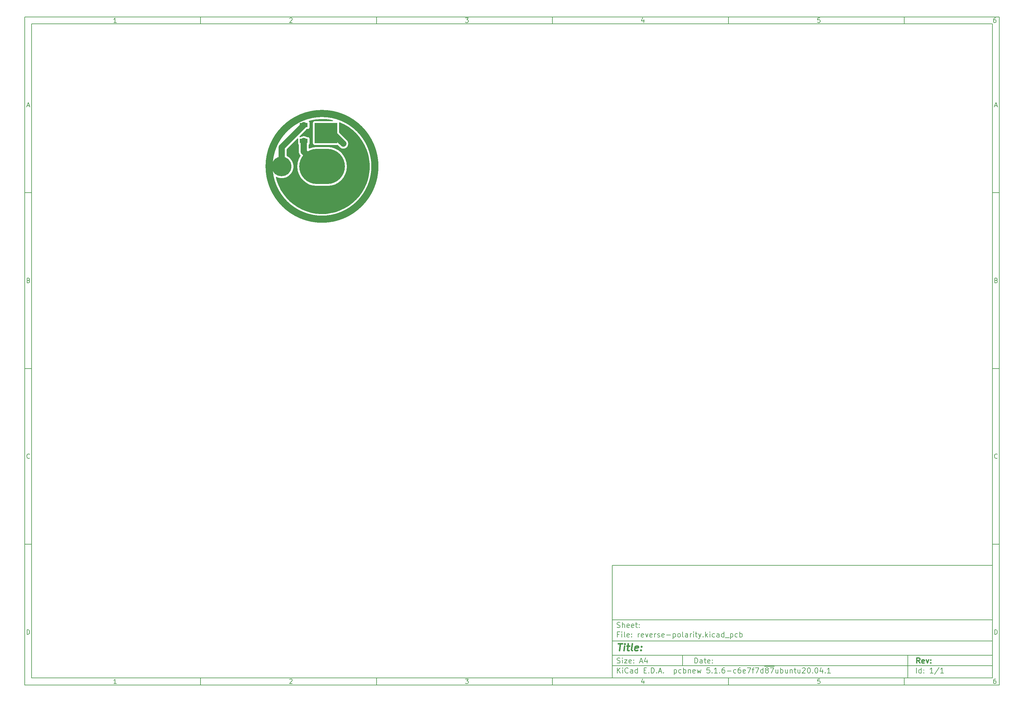
<source format=gbr>
G04 #@! TF.GenerationSoftware,KiCad,Pcbnew,5.1.6-c6e7f7d~87~ubuntu20.04.1*
G04 #@! TF.CreationDate,2020-08-16T01:07:54+02:00*
G04 #@! TF.ProjectId,reverse-polarity,72657665-7273-4652-9d70-6f6c61726974,rev?*
G04 #@! TF.SameCoordinates,Original*
G04 #@! TF.FileFunction,Copper,L1,Top*
G04 #@! TF.FilePolarity,Positive*
%FSLAX45Y45*%
G04 Gerber Fmt 4.5, Leading zero omitted, Abs format (unit mm)*
G04 Created by KiCad (PCBNEW 5.1.6-c6e7f7d~87~ubuntu20.04.1) date 2020-08-16 01:07:54*
%MOMM*%
%LPD*%
G01*
G04 APERTURE LIST*
%ADD10C,0.100000*%
%ADD11C,0.150000*%
%ADD12C,0.300000*%
%ADD13C,0.400000*%
G04 #@! TA.AperFunction,NonConductor*
%ADD14C,2.000000*%
G04 #@! TD*
G04 #@! TA.AperFunction,ComponentPad*
%ADD15C,5.600000*%
G04 #@! TD*
G04 #@! TA.AperFunction,SMDPad,CuDef*
%ADD16O,13.000000X10.000000*%
G04 #@! TD*
G04 #@! TA.AperFunction,SMDPad,CuDef*
%ADD17R,2.200000X1.200000*%
G04 #@! TD*
G04 #@! TA.AperFunction,SMDPad,CuDef*
%ADD18R,6.400000X5.800000*%
G04 #@! TD*
G04 #@! TA.AperFunction,ViaPad*
%ADD19C,0.800000*%
G04 #@! TD*
G04 #@! TA.AperFunction,Conductor*
%ADD20C,1.800000*%
G04 #@! TD*
G04 #@! TA.AperFunction,NonConductor*
%ADD21C,0.254000*%
G04 #@! TD*
G04 APERTURE END LIST*
D10*
D11*
X17700220Y-16600720D02*
X17700220Y-19800720D01*
X28500220Y-19800720D01*
X28500220Y-16600720D01*
X17700220Y-16600720D01*
D10*
D11*
X1000000Y-1000000D02*
X1000000Y-20000720D01*
X28700220Y-20000720D01*
X28700220Y-1000000D01*
X1000000Y-1000000D01*
D10*
D11*
X1200000Y-1200000D02*
X1200000Y-19800720D01*
X28500220Y-19800720D01*
X28500220Y-1200000D01*
X1200000Y-1200000D01*
D10*
D11*
X6000000Y-1200000D02*
X6000000Y-1000000D01*
D10*
D11*
X11000000Y-1200000D02*
X11000000Y-1000000D01*
D10*
D11*
X16000000Y-1200000D02*
X16000000Y-1000000D01*
D10*
D11*
X21000000Y-1200000D02*
X21000000Y-1000000D01*
D10*
D11*
X26000000Y-1200000D02*
X26000000Y-1000000D01*
D10*
D11*
X3606548Y-1158810D02*
X3532262Y-1158810D01*
X3569405Y-1158810D02*
X3569405Y-1028809D01*
X3557024Y-1047381D01*
X3544643Y-1059762D01*
X3532262Y-1065952D01*
D10*
D11*
X8532262Y-1041190D02*
X8538452Y-1035000D01*
X8550833Y-1028809D01*
X8581786Y-1028809D01*
X8594167Y-1035000D01*
X8600357Y-1041190D01*
X8606548Y-1053571D01*
X8606548Y-1065952D01*
X8600357Y-1084524D01*
X8526071Y-1158810D01*
X8606548Y-1158810D01*
D10*
D11*
X13526071Y-1028809D02*
X13606548Y-1028809D01*
X13563214Y-1078333D01*
X13581786Y-1078333D01*
X13594167Y-1084524D01*
X13600357Y-1090714D01*
X13606548Y-1103095D01*
X13606548Y-1134048D01*
X13600357Y-1146429D01*
X13594167Y-1152619D01*
X13581786Y-1158810D01*
X13544643Y-1158810D01*
X13532262Y-1152619D01*
X13526071Y-1146429D01*
D10*
D11*
X18594167Y-1072143D02*
X18594167Y-1158810D01*
X18563214Y-1022619D02*
X18532262Y-1115476D01*
X18612738Y-1115476D01*
D10*
D11*
X23600357Y-1028809D02*
X23538452Y-1028809D01*
X23532262Y-1090714D01*
X23538452Y-1084524D01*
X23550833Y-1078333D01*
X23581786Y-1078333D01*
X23594167Y-1084524D01*
X23600357Y-1090714D01*
X23606548Y-1103095D01*
X23606548Y-1134048D01*
X23600357Y-1146429D01*
X23594167Y-1152619D01*
X23581786Y-1158810D01*
X23550833Y-1158810D01*
X23538452Y-1152619D01*
X23532262Y-1146429D01*
D10*
D11*
X28594167Y-1028809D02*
X28569405Y-1028809D01*
X28557024Y-1035000D01*
X28550833Y-1041190D01*
X28538452Y-1059762D01*
X28532262Y-1084524D01*
X28532262Y-1134048D01*
X28538452Y-1146429D01*
X28544643Y-1152619D01*
X28557024Y-1158810D01*
X28581786Y-1158810D01*
X28594167Y-1152619D01*
X28600357Y-1146429D01*
X28606548Y-1134048D01*
X28606548Y-1103095D01*
X28600357Y-1090714D01*
X28594167Y-1084524D01*
X28581786Y-1078333D01*
X28557024Y-1078333D01*
X28544643Y-1084524D01*
X28538452Y-1090714D01*
X28532262Y-1103095D01*
D10*
D11*
X6000000Y-19800720D02*
X6000000Y-20000720D01*
D10*
D11*
X11000000Y-19800720D02*
X11000000Y-20000720D01*
D10*
D11*
X16000000Y-19800720D02*
X16000000Y-20000720D01*
D10*
D11*
X21000000Y-19800720D02*
X21000000Y-20000720D01*
D10*
D11*
X26000000Y-19800720D02*
X26000000Y-20000720D01*
D10*
D11*
X3606548Y-19959530D02*
X3532262Y-19959530D01*
X3569405Y-19959530D02*
X3569405Y-19829530D01*
X3557024Y-19848101D01*
X3544643Y-19860482D01*
X3532262Y-19866672D01*
D10*
D11*
X8532262Y-19841910D02*
X8538452Y-19835720D01*
X8550833Y-19829530D01*
X8581786Y-19829530D01*
X8594167Y-19835720D01*
X8600357Y-19841910D01*
X8606548Y-19854291D01*
X8606548Y-19866672D01*
X8600357Y-19885244D01*
X8526071Y-19959530D01*
X8606548Y-19959530D01*
D10*
D11*
X13526071Y-19829530D02*
X13606548Y-19829530D01*
X13563214Y-19879053D01*
X13581786Y-19879053D01*
X13594167Y-19885244D01*
X13600357Y-19891434D01*
X13606548Y-19903815D01*
X13606548Y-19934768D01*
X13600357Y-19947149D01*
X13594167Y-19953339D01*
X13581786Y-19959530D01*
X13544643Y-19959530D01*
X13532262Y-19953339D01*
X13526071Y-19947149D01*
D10*
D11*
X18594167Y-19872863D02*
X18594167Y-19959530D01*
X18563214Y-19823339D02*
X18532262Y-19916196D01*
X18612738Y-19916196D01*
D10*
D11*
X23600357Y-19829530D02*
X23538452Y-19829530D01*
X23532262Y-19891434D01*
X23538452Y-19885244D01*
X23550833Y-19879053D01*
X23581786Y-19879053D01*
X23594167Y-19885244D01*
X23600357Y-19891434D01*
X23606548Y-19903815D01*
X23606548Y-19934768D01*
X23600357Y-19947149D01*
X23594167Y-19953339D01*
X23581786Y-19959530D01*
X23550833Y-19959530D01*
X23538452Y-19953339D01*
X23532262Y-19947149D01*
D10*
D11*
X28594167Y-19829530D02*
X28569405Y-19829530D01*
X28557024Y-19835720D01*
X28550833Y-19841910D01*
X28538452Y-19860482D01*
X28532262Y-19885244D01*
X28532262Y-19934768D01*
X28538452Y-19947149D01*
X28544643Y-19953339D01*
X28557024Y-19959530D01*
X28581786Y-19959530D01*
X28594167Y-19953339D01*
X28600357Y-19947149D01*
X28606548Y-19934768D01*
X28606548Y-19903815D01*
X28600357Y-19891434D01*
X28594167Y-19885244D01*
X28581786Y-19879053D01*
X28557024Y-19879053D01*
X28544643Y-19885244D01*
X28538452Y-19891434D01*
X28532262Y-19903815D01*
D10*
D11*
X1000000Y-6000000D02*
X1200000Y-6000000D01*
D10*
D11*
X1000000Y-11000000D02*
X1200000Y-11000000D01*
D10*
D11*
X1000000Y-16000000D02*
X1200000Y-16000000D01*
D10*
D11*
X1069048Y-3521667D02*
X1130952Y-3521667D01*
X1056667Y-3558809D02*
X1100000Y-3428809D01*
X1143333Y-3558809D01*
D10*
D11*
X1109286Y-8490714D02*
X1127857Y-8496905D01*
X1134048Y-8503095D01*
X1140238Y-8515476D01*
X1140238Y-8534048D01*
X1134048Y-8546429D01*
X1127857Y-8552619D01*
X1115476Y-8558810D01*
X1065952Y-8558810D01*
X1065952Y-8428810D01*
X1109286Y-8428810D01*
X1121667Y-8435000D01*
X1127857Y-8441190D01*
X1134048Y-8453571D01*
X1134048Y-8465952D01*
X1127857Y-8478333D01*
X1121667Y-8484524D01*
X1109286Y-8490714D01*
X1065952Y-8490714D01*
D10*
D11*
X1140238Y-13546428D02*
X1134048Y-13552619D01*
X1115476Y-13558809D01*
X1103095Y-13558809D01*
X1084524Y-13552619D01*
X1072143Y-13540238D01*
X1065952Y-13527857D01*
X1059762Y-13503095D01*
X1059762Y-13484524D01*
X1065952Y-13459762D01*
X1072143Y-13447381D01*
X1084524Y-13435000D01*
X1103095Y-13428809D01*
X1115476Y-13428809D01*
X1134048Y-13435000D01*
X1140238Y-13441190D01*
D10*
D11*
X1065952Y-18558810D02*
X1065952Y-18428810D01*
X1096905Y-18428810D01*
X1115476Y-18435000D01*
X1127857Y-18447381D01*
X1134048Y-18459762D01*
X1140238Y-18484524D01*
X1140238Y-18503095D01*
X1134048Y-18527857D01*
X1127857Y-18540238D01*
X1115476Y-18552619D01*
X1096905Y-18558810D01*
X1065952Y-18558810D01*
D10*
D11*
X28700220Y-6000000D02*
X28500220Y-6000000D01*
D10*
D11*
X28700220Y-11000000D02*
X28500220Y-11000000D01*
D10*
D11*
X28700220Y-16000000D02*
X28500220Y-16000000D01*
D10*
D11*
X28569268Y-3521667D02*
X28631172Y-3521667D01*
X28556887Y-3558809D02*
X28600220Y-3428809D01*
X28643553Y-3558809D01*
D10*
D11*
X28609506Y-8490714D02*
X28628077Y-8496905D01*
X28634268Y-8503095D01*
X28640458Y-8515476D01*
X28640458Y-8534048D01*
X28634268Y-8546429D01*
X28628077Y-8552619D01*
X28615696Y-8558810D01*
X28566172Y-8558810D01*
X28566172Y-8428810D01*
X28609506Y-8428810D01*
X28621887Y-8435000D01*
X28628077Y-8441190D01*
X28634268Y-8453571D01*
X28634268Y-8465952D01*
X28628077Y-8478333D01*
X28621887Y-8484524D01*
X28609506Y-8490714D01*
X28566172Y-8490714D01*
D10*
D11*
X28640458Y-13546428D02*
X28634268Y-13552619D01*
X28615696Y-13558809D01*
X28603315Y-13558809D01*
X28584744Y-13552619D01*
X28572363Y-13540238D01*
X28566172Y-13527857D01*
X28559982Y-13503095D01*
X28559982Y-13484524D01*
X28566172Y-13459762D01*
X28572363Y-13447381D01*
X28584744Y-13435000D01*
X28603315Y-13428809D01*
X28615696Y-13428809D01*
X28634268Y-13435000D01*
X28640458Y-13441190D01*
D10*
D11*
X28566172Y-18558810D02*
X28566172Y-18428810D01*
X28597125Y-18428810D01*
X28615696Y-18435000D01*
X28628077Y-18447381D01*
X28634268Y-18459762D01*
X28640458Y-18484524D01*
X28640458Y-18503095D01*
X28634268Y-18527857D01*
X28628077Y-18540238D01*
X28615696Y-18552619D01*
X28597125Y-18558810D01*
X28566172Y-18558810D01*
D10*
D11*
X20043434Y-19378577D02*
X20043434Y-19228577D01*
X20079149Y-19228577D01*
X20100577Y-19235720D01*
X20114863Y-19250006D01*
X20122006Y-19264291D01*
X20129149Y-19292863D01*
X20129149Y-19314291D01*
X20122006Y-19342863D01*
X20114863Y-19357149D01*
X20100577Y-19371434D01*
X20079149Y-19378577D01*
X20043434Y-19378577D01*
X20257720Y-19378577D02*
X20257720Y-19300006D01*
X20250577Y-19285720D01*
X20236291Y-19278577D01*
X20207720Y-19278577D01*
X20193434Y-19285720D01*
X20257720Y-19371434D02*
X20243434Y-19378577D01*
X20207720Y-19378577D01*
X20193434Y-19371434D01*
X20186291Y-19357149D01*
X20186291Y-19342863D01*
X20193434Y-19328577D01*
X20207720Y-19321434D01*
X20243434Y-19321434D01*
X20257720Y-19314291D01*
X20307720Y-19278577D02*
X20364863Y-19278577D01*
X20329149Y-19228577D02*
X20329149Y-19357149D01*
X20336291Y-19371434D01*
X20350577Y-19378577D01*
X20364863Y-19378577D01*
X20472006Y-19371434D02*
X20457720Y-19378577D01*
X20429149Y-19378577D01*
X20414863Y-19371434D01*
X20407720Y-19357149D01*
X20407720Y-19300006D01*
X20414863Y-19285720D01*
X20429149Y-19278577D01*
X20457720Y-19278577D01*
X20472006Y-19285720D01*
X20479149Y-19300006D01*
X20479149Y-19314291D01*
X20407720Y-19328577D01*
X20543434Y-19364291D02*
X20550577Y-19371434D01*
X20543434Y-19378577D01*
X20536291Y-19371434D01*
X20543434Y-19364291D01*
X20543434Y-19378577D01*
X20543434Y-19285720D02*
X20550577Y-19292863D01*
X20543434Y-19300006D01*
X20536291Y-19292863D01*
X20543434Y-19285720D01*
X20543434Y-19300006D01*
D10*
D11*
X17700220Y-19450720D02*
X28500220Y-19450720D01*
D10*
D11*
X17843434Y-19658577D02*
X17843434Y-19508577D01*
X17929149Y-19658577D02*
X17864863Y-19572863D01*
X17929149Y-19508577D02*
X17843434Y-19594291D01*
X17993434Y-19658577D02*
X17993434Y-19558577D01*
X17993434Y-19508577D02*
X17986291Y-19515720D01*
X17993434Y-19522863D01*
X18000577Y-19515720D01*
X17993434Y-19508577D01*
X17993434Y-19522863D01*
X18150577Y-19644291D02*
X18143434Y-19651434D01*
X18122006Y-19658577D01*
X18107720Y-19658577D01*
X18086291Y-19651434D01*
X18072006Y-19637149D01*
X18064863Y-19622863D01*
X18057720Y-19594291D01*
X18057720Y-19572863D01*
X18064863Y-19544291D01*
X18072006Y-19530006D01*
X18086291Y-19515720D01*
X18107720Y-19508577D01*
X18122006Y-19508577D01*
X18143434Y-19515720D01*
X18150577Y-19522863D01*
X18279149Y-19658577D02*
X18279149Y-19580006D01*
X18272006Y-19565720D01*
X18257720Y-19558577D01*
X18229149Y-19558577D01*
X18214863Y-19565720D01*
X18279149Y-19651434D02*
X18264863Y-19658577D01*
X18229149Y-19658577D01*
X18214863Y-19651434D01*
X18207720Y-19637149D01*
X18207720Y-19622863D01*
X18214863Y-19608577D01*
X18229149Y-19601434D01*
X18264863Y-19601434D01*
X18279149Y-19594291D01*
X18414863Y-19658577D02*
X18414863Y-19508577D01*
X18414863Y-19651434D02*
X18400577Y-19658577D01*
X18372006Y-19658577D01*
X18357720Y-19651434D01*
X18350577Y-19644291D01*
X18343434Y-19630006D01*
X18343434Y-19587149D01*
X18350577Y-19572863D01*
X18357720Y-19565720D01*
X18372006Y-19558577D01*
X18400577Y-19558577D01*
X18414863Y-19565720D01*
X18600577Y-19580006D02*
X18650577Y-19580006D01*
X18672006Y-19658577D02*
X18600577Y-19658577D01*
X18600577Y-19508577D01*
X18672006Y-19508577D01*
X18736291Y-19644291D02*
X18743434Y-19651434D01*
X18736291Y-19658577D01*
X18729149Y-19651434D01*
X18736291Y-19644291D01*
X18736291Y-19658577D01*
X18807720Y-19658577D02*
X18807720Y-19508577D01*
X18843434Y-19508577D01*
X18864863Y-19515720D01*
X18879149Y-19530006D01*
X18886291Y-19544291D01*
X18893434Y-19572863D01*
X18893434Y-19594291D01*
X18886291Y-19622863D01*
X18879149Y-19637149D01*
X18864863Y-19651434D01*
X18843434Y-19658577D01*
X18807720Y-19658577D01*
X18957720Y-19644291D02*
X18964863Y-19651434D01*
X18957720Y-19658577D01*
X18950577Y-19651434D01*
X18957720Y-19644291D01*
X18957720Y-19658577D01*
X19022006Y-19615720D02*
X19093434Y-19615720D01*
X19007720Y-19658577D02*
X19057720Y-19508577D01*
X19107720Y-19658577D01*
X19157720Y-19644291D02*
X19164863Y-19651434D01*
X19157720Y-19658577D01*
X19150577Y-19651434D01*
X19157720Y-19644291D01*
X19157720Y-19658577D01*
X19457720Y-19558577D02*
X19457720Y-19708577D01*
X19457720Y-19565720D02*
X19472006Y-19558577D01*
X19500577Y-19558577D01*
X19514863Y-19565720D01*
X19522006Y-19572863D01*
X19529149Y-19587149D01*
X19529149Y-19630006D01*
X19522006Y-19644291D01*
X19514863Y-19651434D01*
X19500577Y-19658577D01*
X19472006Y-19658577D01*
X19457720Y-19651434D01*
X19657720Y-19651434D02*
X19643434Y-19658577D01*
X19614863Y-19658577D01*
X19600577Y-19651434D01*
X19593434Y-19644291D01*
X19586291Y-19630006D01*
X19586291Y-19587149D01*
X19593434Y-19572863D01*
X19600577Y-19565720D01*
X19614863Y-19558577D01*
X19643434Y-19558577D01*
X19657720Y-19565720D01*
X19722006Y-19658577D02*
X19722006Y-19508577D01*
X19722006Y-19565720D02*
X19736291Y-19558577D01*
X19764863Y-19558577D01*
X19779149Y-19565720D01*
X19786291Y-19572863D01*
X19793434Y-19587149D01*
X19793434Y-19630006D01*
X19786291Y-19644291D01*
X19779149Y-19651434D01*
X19764863Y-19658577D01*
X19736291Y-19658577D01*
X19722006Y-19651434D01*
X19857720Y-19558577D02*
X19857720Y-19658577D01*
X19857720Y-19572863D02*
X19864863Y-19565720D01*
X19879149Y-19558577D01*
X19900577Y-19558577D01*
X19914863Y-19565720D01*
X19922006Y-19580006D01*
X19922006Y-19658577D01*
X20050577Y-19651434D02*
X20036291Y-19658577D01*
X20007720Y-19658577D01*
X19993434Y-19651434D01*
X19986291Y-19637149D01*
X19986291Y-19580006D01*
X19993434Y-19565720D01*
X20007720Y-19558577D01*
X20036291Y-19558577D01*
X20050577Y-19565720D01*
X20057720Y-19580006D01*
X20057720Y-19594291D01*
X19986291Y-19608577D01*
X20107720Y-19558577D02*
X20136291Y-19658577D01*
X20164863Y-19587149D01*
X20193434Y-19658577D01*
X20222006Y-19558577D01*
X20464863Y-19508577D02*
X20393434Y-19508577D01*
X20386291Y-19580006D01*
X20393434Y-19572863D01*
X20407720Y-19565720D01*
X20443434Y-19565720D01*
X20457720Y-19572863D01*
X20464863Y-19580006D01*
X20472006Y-19594291D01*
X20472006Y-19630006D01*
X20464863Y-19644291D01*
X20457720Y-19651434D01*
X20443434Y-19658577D01*
X20407720Y-19658577D01*
X20393434Y-19651434D01*
X20386291Y-19644291D01*
X20536291Y-19644291D02*
X20543434Y-19651434D01*
X20536291Y-19658577D01*
X20529149Y-19651434D01*
X20536291Y-19644291D01*
X20536291Y-19658577D01*
X20686291Y-19658577D02*
X20600577Y-19658577D01*
X20643434Y-19658577D02*
X20643434Y-19508577D01*
X20629149Y-19530006D01*
X20614863Y-19544291D01*
X20600577Y-19551434D01*
X20750577Y-19644291D02*
X20757720Y-19651434D01*
X20750577Y-19658577D01*
X20743434Y-19651434D01*
X20750577Y-19644291D01*
X20750577Y-19658577D01*
X20886291Y-19508577D02*
X20857720Y-19508577D01*
X20843434Y-19515720D01*
X20836291Y-19522863D01*
X20822006Y-19544291D01*
X20814863Y-19572863D01*
X20814863Y-19630006D01*
X20822006Y-19644291D01*
X20829149Y-19651434D01*
X20843434Y-19658577D01*
X20872006Y-19658577D01*
X20886291Y-19651434D01*
X20893434Y-19644291D01*
X20900577Y-19630006D01*
X20900577Y-19594291D01*
X20893434Y-19580006D01*
X20886291Y-19572863D01*
X20872006Y-19565720D01*
X20843434Y-19565720D01*
X20829149Y-19572863D01*
X20822006Y-19580006D01*
X20814863Y-19594291D01*
X20964863Y-19601434D02*
X21079149Y-19601434D01*
X21214863Y-19651434D02*
X21200577Y-19658577D01*
X21172006Y-19658577D01*
X21157720Y-19651434D01*
X21150577Y-19644291D01*
X21143434Y-19630006D01*
X21143434Y-19587149D01*
X21150577Y-19572863D01*
X21157720Y-19565720D01*
X21172006Y-19558577D01*
X21200577Y-19558577D01*
X21214863Y-19565720D01*
X21343434Y-19508577D02*
X21314863Y-19508577D01*
X21300577Y-19515720D01*
X21293434Y-19522863D01*
X21279149Y-19544291D01*
X21272006Y-19572863D01*
X21272006Y-19630006D01*
X21279149Y-19644291D01*
X21286291Y-19651434D01*
X21300577Y-19658577D01*
X21329149Y-19658577D01*
X21343434Y-19651434D01*
X21350577Y-19644291D01*
X21357720Y-19630006D01*
X21357720Y-19594291D01*
X21350577Y-19580006D01*
X21343434Y-19572863D01*
X21329149Y-19565720D01*
X21300577Y-19565720D01*
X21286291Y-19572863D01*
X21279149Y-19580006D01*
X21272006Y-19594291D01*
X21479149Y-19651434D02*
X21464863Y-19658577D01*
X21436291Y-19658577D01*
X21422006Y-19651434D01*
X21414863Y-19637149D01*
X21414863Y-19580006D01*
X21422006Y-19565720D01*
X21436291Y-19558577D01*
X21464863Y-19558577D01*
X21479149Y-19565720D01*
X21486291Y-19580006D01*
X21486291Y-19594291D01*
X21414863Y-19608577D01*
X21536291Y-19508577D02*
X21636291Y-19508577D01*
X21572006Y-19658577D01*
X21672006Y-19558577D02*
X21729149Y-19558577D01*
X21693434Y-19658577D02*
X21693434Y-19530006D01*
X21700577Y-19515720D01*
X21714863Y-19508577D01*
X21729149Y-19508577D01*
X21764863Y-19508577D02*
X21864863Y-19508577D01*
X21800577Y-19658577D01*
X21986291Y-19658577D02*
X21986291Y-19508577D01*
X21986291Y-19651434D02*
X21972006Y-19658577D01*
X21943434Y-19658577D01*
X21929149Y-19651434D01*
X21922006Y-19644291D01*
X21914863Y-19630006D01*
X21914863Y-19587149D01*
X21922006Y-19572863D01*
X21929149Y-19565720D01*
X21943434Y-19558577D01*
X21972006Y-19558577D01*
X21986291Y-19565720D01*
X22022006Y-19467720D02*
X22164863Y-19467720D01*
X22079149Y-19572863D02*
X22064863Y-19565720D01*
X22057720Y-19558577D01*
X22050577Y-19544291D01*
X22050577Y-19537149D01*
X22057720Y-19522863D01*
X22064863Y-19515720D01*
X22079149Y-19508577D01*
X22107720Y-19508577D01*
X22122006Y-19515720D01*
X22129149Y-19522863D01*
X22136291Y-19537149D01*
X22136291Y-19544291D01*
X22129149Y-19558577D01*
X22122006Y-19565720D01*
X22107720Y-19572863D01*
X22079149Y-19572863D01*
X22064863Y-19580006D01*
X22057720Y-19587149D01*
X22050577Y-19601434D01*
X22050577Y-19630006D01*
X22057720Y-19644291D01*
X22064863Y-19651434D01*
X22079149Y-19658577D01*
X22107720Y-19658577D01*
X22122006Y-19651434D01*
X22129149Y-19644291D01*
X22136291Y-19630006D01*
X22136291Y-19601434D01*
X22129149Y-19587149D01*
X22122006Y-19580006D01*
X22107720Y-19572863D01*
X22164863Y-19467720D02*
X22307720Y-19467720D01*
X22186291Y-19508577D02*
X22286291Y-19508577D01*
X22222006Y-19658577D01*
X22407720Y-19558577D02*
X22407720Y-19658577D01*
X22343434Y-19558577D02*
X22343434Y-19637149D01*
X22350577Y-19651434D01*
X22364863Y-19658577D01*
X22386291Y-19658577D01*
X22400577Y-19651434D01*
X22407720Y-19644291D01*
X22479148Y-19658577D02*
X22479148Y-19508577D01*
X22479148Y-19565720D02*
X22493434Y-19558577D01*
X22522006Y-19558577D01*
X22536291Y-19565720D01*
X22543434Y-19572863D01*
X22550577Y-19587149D01*
X22550577Y-19630006D01*
X22543434Y-19644291D01*
X22536291Y-19651434D01*
X22522006Y-19658577D01*
X22493434Y-19658577D01*
X22479148Y-19651434D01*
X22679148Y-19558577D02*
X22679148Y-19658577D01*
X22614863Y-19558577D02*
X22614863Y-19637149D01*
X22622006Y-19651434D01*
X22636291Y-19658577D01*
X22657720Y-19658577D01*
X22672006Y-19651434D01*
X22679148Y-19644291D01*
X22750577Y-19558577D02*
X22750577Y-19658577D01*
X22750577Y-19572863D02*
X22757720Y-19565720D01*
X22772006Y-19558577D01*
X22793434Y-19558577D01*
X22807720Y-19565720D01*
X22814863Y-19580006D01*
X22814863Y-19658577D01*
X22864863Y-19558577D02*
X22922006Y-19558577D01*
X22886291Y-19508577D02*
X22886291Y-19637149D01*
X22893434Y-19651434D01*
X22907720Y-19658577D01*
X22922006Y-19658577D01*
X23036291Y-19558577D02*
X23036291Y-19658577D01*
X22972006Y-19558577D02*
X22972006Y-19637149D01*
X22979148Y-19651434D01*
X22993434Y-19658577D01*
X23014863Y-19658577D01*
X23029148Y-19651434D01*
X23036291Y-19644291D01*
X23100577Y-19522863D02*
X23107720Y-19515720D01*
X23122006Y-19508577D01*
X23157720Y-19508577D01*
X23172006Y-19515720D01*
X23179148Y-19522863D01*
X23186291Y-19537149D01*
X23186291Y-19551434D01*
X23179148Y-19572863D01*
X23093434Y-19658577D01*
X23186291Y-19658577D01*
X23279148Y-19508577D02*
X23293434Y-19508577D01*
X23307720Y-19515720D01*
X23314863Y-19522863D01*
X23322006Y-19537149D01*
X23329148Y-19565720D01*
X23329148Y-19601434D01*
X23322006Y-19630006D01*
X23314863Y-19644291D01*
X23307720Y-19651434D01*
X23293434Y-19658577D01*
X23279148Y-19658577D01*
X23264863Y-19651434D01*
X23257720Y-19644291D01*
X23250577Y-19630006D01*
X23243434Y-19601434D01*
X23243434Y-19565720D01*
X23250577Y-19537149D01*
X23257720Y-19522863D01*
X23264863Y-19515720D01*
X23279148Y-19508577D01*
X23393434Y-19644291D02*
X23400577Y-19651434D01*
X23393434Y-19658577D01*
X23386291Y-19651434D01*
X23393434Y-19644291D01*
X23393434Y-19658577D01*
X23493434Y-19508577D02*
X23507720Y-19508577D01*
X23522006Y-19515720D01*
X23529148Y-19522863D01*
X23536291Y-19537149D01*
X23543434Y-19565720D01*
X23543434Y-19601434D01*
X23536291Y-19630006D01*
X23529148Y-19644291D01*
X23522006Y-19651434D01*
X23507720Y-19658577D01*
X23493434Y-19658577D01*
X23479148Y-19651434D01*
X23472006Y-19644291D01*
X23464863Y-19630006D01*
X23457720Y-19601434D01*
X23457720Y-19565720D01*
X23464863Y-19537149D01*
X23472006Y-19522863D01*
X23479148Y-19515720D01*
X23493434Y-19508577D01*
X23672006Y-19558577D02*
X23672006Y-19658577D01*
X23636291Y-19501434D02*
X23600577Y-19608577D01*
X23693434Y-19608577D01*
X23750577Y-19644291D02*
X23757720Y-19651434D01*
X23750577Y-19658577D01*
X23743434Y-19651434D01*
X23750577Y-19644291D01*
X23750577Y-19658577D01*
X23900577Y-19658577D02*
X23814863Y-19658577D01*
X23857720Y-19658577D02*
X23857720Y-19508577D01*
X23843434Y-19530006D01*
X23829148Y-19544291D01*
X23814863Y-19551434D01*
D10*
D11*
X17700220Y-19150720D02*
X28500220Y-19150720D01*
D10*
D12*
X26441148Y-19378577D02*
X26391148Y-19307149D01*
X26355434Y-19378577D02*
X26355434Y-19228577D01*
X26412577Y-19228577D01*
X26426863Y-19235720D01*
X26434006Y-19242863D01*
X26441148Y-19257149D01*
X26441148Y-19278577D01*
X26434006Y-19292863D01*
X26426863Y-19300006D01*
X26412577Y-19307149D01*
X26355434Y-19307149D01*
X26562577Y-19371434D02*
X26548291Y-19378577D01*
X26519720Y-19378577D01*
X26505434Y-19371434D01*
X26498291Y-19357149D01*
X26498291Y-19300006D01*
X26505434Y-19285720D01*
X26519720Y-19278577D01*
X26548291Y-19278577D01*
X26562577Y-19285720D01*
X26569720Y-19300006D01*
X26569720Y-19314291D01*
X26498291Y-19328577D01*
X26619720Y-19278577D02*
X26655434Y-19378577D01*
X26691148Y-19278577D01*
X26748291Y-19364291D02*
X26755434Y-19371434D01*
X26748291Y-19378577D01*
X26741148Y-19371434D01*
X26748291Y-19364291D01*
X26748291Y-19378577D01*
X26748291Y-19285720D02*
X26755434Y-19292863D01*
X26748291Y-19300006D01*
X26741148Y-19292863D01*
X26748291Y-19285720D01*
X26748291Y-19300006D01*
D10*
D11*
X17836291Y-19371434D02*
X17857720Y-19378577D01*
X17893434Y-19378577D01*
X17907720Y-19371434D01*
X17914863Y-19364291D01*
X17922006Y-19350006D01*
X17922006Y-19335720D01*
X17914863Y-19321434D01*
X17907720Y-19314291D01*
X17893434Y-19307149D01*
X17864863Y-19300006D01*
X17850577Y-19292863D01*
X17843434Y-19285720D01*
X17836291Y-19271434D01*
X17836291Y-19257149D01*
X17843434Y-19242863D01*
X17850577Y-19235720D01*
X17864863Y-19228577D01*
X17900577Y-19228577D01*
X17922006Y-19235720D01*
X17986291Y-19378577D02*
X17986291Y-19278577D01*
X17986291Y-19228577D02*
X17979149Y-19235720D01*
X17986291Y-19242863D01*
X17993434Y-19235720D01*
X17986291Y-19228577D01*
X17986291Y-19242863D01*
X18043434Y-19278577D02*
X18122006Y-19278577D01*
X18043434Y-19378577D01*
X18122006Y-19378577D01*
X18236291Y-19371434D02*
X18222006Y-19378577D01*
X18193434Y-19378577D01*
X18179149Y-19371434D01*
X18172006Y-19357149D01*
X18172006Y-19300006D01*
X18179149Y-19285720D01*
X18193434Y-19278577D01*
X18222006Y-19278577D01*
X18236291Y-19285720D01*
X18243434Y-19300006D01*
X18243434Y-19314291D01*
X18172006Y-19328577D01*
X18307720Y-19364291D02*
X18314863Y-19371434D01*
X18307720Y-19378577D01*
X18300577Y-19371434D01*
X18307720Y-19364291D01*
X18307720Y-19378577D01*
X18307720Y-19285720D02*
X18314863Y-19292863D01*
X18307720Y-19300006D01*
X18300577Y-19292863D01*
X18307720Y-19285720D01*
X18307720Y-19300006D01*
X18486291Y-19335720D02*
X18557720Y-19335720D01*
X18472006Y-19378577D02*
X18522006Y-19228577D01*
X18572006Y-19378577D01*
X18686291Y-19278577D02*
X18686291Y-19378577D01*
X18650577Y-19221434D02*
X18614863Y-19328577D01*
X18707720Y-19328577D01*
D10*
D11*
X26343434Y-19658577D02*
X26343434Y-19508577D01*
X26479148Y-19658577D02*
X26479148Y-19508577D01*
X26479148Y-19651434D02*
X26464863Y-19658577D01*
X26436291Y-19658577D01*
X26422006Y-19651434D01*
X26414863Y-19644291D01*
X26407720Y-19630006D01*
X26407720Y-19587149D01*
X26414863Y-19572863D01*
X26422006Y-19565720D01*
X26436291Y-19558577D01*
X26464863Y-19558577D01*
X26479148Y-19565720D01*
X26550577Y-19644291D02*
X26557720Y-19651434D01*
X26550577Y-19658577D01*
X26543434Y-19651434D01*
X26550577Y-19644291D01*
X26550577Y-19658577D01*
X26550577Y-19565720D02*
X26557720Y-19572863D01*
X26550577Y-19580006D01*
X26543434Y-19572863D01*
X26550577Y-19565720D01*
X26550577Y-19580006D01*
X26814863Y-19658577D02*
X26729148Y-19658577D01*
X26772006Y-19658577D02*
X26772006Y-19508577D01*
X26757720Y-19530006D01*
X26743434Y-19544291D01*
X26729148Y-19551434D01*
X26986291Y-19501434D02*
X26857720Y-19694291D01*
X27114863Y-19658577D02*
X27029148Y-19658577D01*
X27072006Y-19658577D02*
X27072006Y-19508577D01*
X27057720Y-19530006D01*
X27043434Y-19544291D01*
X27029148Y-19551434D01*
D10*
D11*
X17700220Y-18750720D02*
X28500220Y-18750720D01*
D10*
D13*
X17871458Y-18821196D02*
X17985744Y-18821196D01*
X17903601Y-19021196D02*
X17928601Y-18821196D01*
X18027410Y-19021196D02*
X18044077Y-18887863D01*
X18052410Y-18821196D02*
X18041696Y-18830720D01*
X18050030Y-18840244D01*
X18060744Y-18830720D01*
X18052410Y-18821196D01*
X18050030Y-18840244D01*
X18110744Y-18887863D02*
X18186934Y-18887863D01*
X18147649Y-18821196D02*
X18126220Y-18992625D01*
X18133363Y-19011672D01*
X18151220Y-19021196D01*
X18170268Y-19021196D01*
X18265506Y-19021196D02*
X18247649Y-19011672D01*
X18240506Y-18992625D01*
X18261934Y-18821196D01*
X18419077Y-19011672D02*
X18398839Y-19021196D01*
X18360744Y-19021196D01*
X18342887Y-19011672D01*
X18335744Y-18992625D01*
X18345268Y-18916434D01*
X18357172Y-18897387D01*
X18377410Y-18887863D01*
X18415506Y-18887863D01*
X18433363Y-18897387D01*
X18440506Y-18916434D01*
X18438125Y-18935482D01*
X18340506Y-18954530D01*
X18515506Y-19002149D02*
X18523839Y-19011672D01*
X18513125Y-19021196D01*
X18504791Y-19011672D01*
X18515506Y-19002149D01*
X18513125Y-19021196D01*
X18528601Y-18897387D02*
X18536934Y-18906910D01*
X18526220Y-18916434D01*
X18517887Y-18906910D01*
X18528601Y-18897387D01*
X18526220Y-18916434D01*
D10*
D11*
X17893434Y-18560006D02*
X17843434Y-18560006D01*
X17843434Y-18638577D02*
X17843434Y-18488577D01*
X17914863Y-18488577D01*
X17972006Y-18638577D02*
X17972006Y-18538577D01*
X17972006Y-18488577D02*
X17964863Y-18495720D01*
X17972006Y-18502863D01*
X17979149Y-18495720D01*
X17972006Y-18488577D01*
X17972006Y-18502863D01*
X18064863Y-18638577D02*
X18050577Y-18631434D01*
X18043434Y-18617149D01*
X18043434Y-18488577D01*
X18179149Y-18631434D02*
X18164863Y-18638577D01*
X18136291Y-18638577D01*
X18122006Y-18631434D01*
X18114863Y-18617149D01*
X18114863Y-18560006D01*
X18122006Y-18545720D01*
X18136291Y-18538577D01*
X18164863Y-18538577D01*
X18179149Y-18545720D01*
X18186291Y-18560006D01*
X18186291Y-18574291D01*
X18114863Y-18588577D01*
X18250577Y-18624291D02*
X18257720Y-18631434D01*
X18250577Y-18638577D01*
X18243434Y-18631434D01*
X18250577Y-18624291D01*
X18250577Y-18638577D01*
X18250577Y-18545720D02*
X18257720Y-18552863D01*
X18250577Y-18560006D01*
X18243434Y-18552863D01*
X18250577Y-18545720D01*
X18250577Y-18560006D01*
X18436291Y-18638577D02*
X18436291Y-18538577D01*
X18436291Y-18567149D02*
X18443434Y-18552863D01*
X18450577Y-18545720D01*
X18464863Y-18538577D01*
X18479149Y-18538577D01*
X18586291Y-18631434D02*
X18572006Y-18638577D01*
X18543434Y-18638577D01*
X18529149Y-18631434D01*
X18522006Y-18617149D01*
X18522006Y-18560006D01*
X18529149Y-18545720D01*
X18543434Y-18538577D01*
X18572006Y-18538577D01*
X18586291Y-18545720D01*
X18593434Y-18560006D01*
X18593434Y-18574291D01*
X18522006Y-18588577D01*
X18643434Y-18538577D02*
X18679149Y-18638577D01*
X18714863Y-18538577D01*
X18829149Y-18631434D02*
X18814863Y-18638577D01*
X18786291Y-18638577D01*
X18772006Y-18631434D01*
X18764863Y-18617149D01*
X18764863Y-18560006D01*
X18772006Y-18545720D01*
X18786291Y-18538577D01*
X18814863Y-18538577D01*
X18829149Y-18545720D01*
X18836291Y-18560006D01*
X18836291Y-18574291D01*
X18764863Y-18588577D01*
X18900577Y-18638577D02*
X18900577Y-18538577D01*
X18900577Y-18567149D02*
X18907720Y-18552863D01*
X18914863Y-18545720D01*
X18929149Y-18538577D01*
X18943434Y-18538577D01*
X18986291Y-18631434D02*
X19000577Y-18638577D01*
X19029149Y-18638577D01*
X19043434Y-18631434D01*
X19050577Y-18617149D01*
X19050577Y-18610006D01*
X19043434Y-18595720D01*
X19029149Y-18588577D01*
X19007720Y-18588577D01*
X18993434Y-18581434D01*
X18986291Y-18567149D01*
X18986291Y-18560006D01*
X18993434Y-18545720D01*
X19007720Y-18538577D01*
X19029149Y-18538577D01*
X19043434Y-18545720D01*
X19172006Y-18631434D02*
X19157720Y-18638577D01*
X19129149Y-18638577D01*
X19114863Y-18631434D01*
X19107720Y-18617149D01*
X19107720Y-18560006D01*
X19114863Y-18545720D01*
X19129149Y-18538577D01*
X19157720Y-18538577D01*
X19172006Y-18545720D01*
X19179149Y-18560006D01*
X19179149Y-18574291D01*
X19107720Y-18588577D01*
X19243434Y-18581434D02*
X19357720Y-18581434D01*
X19429149Y-18538577D02*
X19429149Y-18688577D01*
X19429149Y-18545720D02*
X19443434Y-18538577D01*
X19472006Y-18538577D01*
X19486291Y-18545720D01*
X19493434Y-18552863D01*
X19500577Y-18567149D01*
X19500577Y-18610006D01*
X19493434Y-18624291D01*
X19486291Y-18631434D01*
X19472006Y-18638577D01*
X19443434Y-18638577D01*
X19429149Y-18631434D01*
X19586291Y-18638577D02*
X19572006Y-18631434D01*
X19564863Y-18624291D01*
X19557720Y-18610006D01*
X19557720Y-18567149D01*
X19564863Y-18552863D01*
X19572006Y-18545720D01*
X19586291Y-18538577D01*
X19607720Y-18538577D01*
X19622006Y-18545720D01*
X19629149Y-18552863D01*
X19636291Y-18567149D01*
X19636291Y-18610006D01*
X19629149Y-18624291D01*
X19622006Y-18631434D01*
X19607720Y-18638577D01*
X19586291Y-18638577D01*
X19722006Y-18638577D02*
X19707720Y-18631434D01*
X19700577Y-18617149D01*
X19700577Y-18488577D01*
X19843434Y-18638577D02*
X19843434Y-18560006D01*
X19836291Y-18545720D01*
X19822006Y-18538577D01*
X19793434Y-18538577D01*
X19779149Y-18545720D01*
X19843434Y-18631434D02*
X19829149Y-18638577D01*
X19793434Y-18638577D01*
X19779149Y-18631434D01*
X19772006Y-18617149D01*
X19772006Y-18602863D01*
X19779149Y-18588577D01*
X19793434Y-18581434D01*
X19829149Y-18581434D01*
X19843434Y-18574291D01*
X19914863Y-18638577D02*
X19914863Y-18538577D01*
X19914863Y-18567149D02*
X19922006Y-18552863D01*
X19929149Y-18545720D01*
X19943434Y-18538577D01*
X19957720Y-18538577D01*
X20007720Y-18638577D02*
X20007720Y-18538577D01*
X20007720Y-18488577D02*
X20000577Y-18495720D01*
X20007720Y-18502863D01*
X20014863Y-18495720D01*
X20007720Y-18488577D01*
X20007720Y-18502863D01*
X20057720Y-18538577D02*
X20114863Y-18538577D01*
X20079149Y-18488577D02*
X20079149Y-18617149D01*
X20086291Y-18631434D01*
X20100577Y-18638577D01*
X20114863Y-18638577D01*
X20150577Y-18538577D02*
X20186291Y-18638577D01*
X20222006Y-18538577D02*
X20186291Y-18638577D01*
X20172006Y-18674291D01*
X20164863Y-18681434D01*
X20150577Y-18688577D01*
X20279149Y-18624291D02*
X20286291Y-18631434D01*
X20279149Y-18638577D01*
X20272006Y-18631434D01*
X20279149Y-18624291D01*
X20279149Y-18638577D01*
X20350577Y-18638577D02*
X20350577Y-18488577D01*
X20364863Y-18581434D02*
X20407720Y-18638577D01*
X20407720Y-18538577D02*
X20350577Y-18595720D01*
X20472006Y-18638577D02*
X20472006Y-18538577D01*
X20472006Y-18488577D02*
X20464863Y-18495720D01*
X20472006Y-18502863D01*
X20479149Y-18495720D01*
X20472006Y-18488577D01*
X20472006Y-18502863D01*
X20607720Y-18631434D02*
X20593434Y-18638577D01*
X20564863Y-18638577D01*
X20550577Y-18631434D01*
X20543434Y-18624291D01*
X20536291Y-18610006D01*
X20536291Y-18567149D01*
X20543434Y-18552863D01*
X20550577Y-18545720D01*
X20564863Y-18538577D01*
X20593434Y-18538577D01*
X20607720Y-18545720D01*
X20736291Y-18638577D02*
X20736291Y-18560006D01*
X20729149Y-18545720D01*
X20714863Y-18538577D01*
X20686291Y-18538577D01*
X20672006Y-18545720D01*
X20736291Y-18631434D02*
X20722006Y-18638577D01*
X20686291Y-18638577D01*
X20672006Y-18631434D01*
X20664863Y-18617149D01*
X20664863Y-18602863D01*
X20672006Y-18588577D01*
X20686291Y-18581434D01*
X20722006Y-18581434D01*
X20736291Y-18574291D01*
X20872006Y-18638577D02*
X20872006Y-18488577D01*
X20872006Y-18631434D02*
X20857720Y-18638577D01*
X20829149Y-18638577D01*
X20814863Y-18631434D01*
X20807720Y-18624291D01*
X20800577Y-18610006D01*
X20800577Y-18567149D01*
X20807720Y-18552863D01*
X20814863Y-18545720D01*
X20829149Y-18538577D01*
X20857720Y-18538577D01*
X20872006Y-18545720D01*
X20907720Y-18652863D02*
X21022006Y-18652863D01*
X21057720Y-18538577D02*
X21057720Y-18688577D01*
X21057720Y-18545720D02*
X21072006Y-18538577D01*
X21100577Y-18538577D01*
X21114863Y-18545720D01*
X21122006Y-18552863D01*
X21129149Y-18567149D01*
X21129149Y-18610006D01*
X21122006Y-18624291D01*
X21114863Y-18631434D01*
X21100577Y-18638577D01*
X21072006Y-18638577D01*
X21057720Y-18631434D01*
X21257720Y-18631434D02*
X21243434Y-18638577D01*
X21214863Y-18638577D01*
X21200577Y-18631434D01*
X21193434Y-18624291D01*
X21186291Y-18610006D01*
X21186291Y-18567149D01*
X21193434Y-18552863D01*
X21200577Y-18545720D01*
X21214863Y-18538577D01*
X21243434Y-18538577D01*
X21257720Y-18545720D01*
X21322006Y-18638577D02*
X21322006Y-18488577D01*
X21322006Y-18545720D02*
X21336291Y-18538577D01*
X21364863Y-18538577D01*
X21379149Y-18545720D01*
X21386291Y-18552863D01*
X21393434Y-18567149D01*
X21393434Y-18610006D01*
X21386291Y-18624291D01*
X21379149Y-18631434D01*
X21364863Y-18638577D01*
X21336291Y-18638577D01*
X21322006Y-18631434D01*
D10*
D11*
X17700220Y-18150720D02*
X28500220Y-18150720D01*
D10*
D11*
X17836291Y-18361434D02*
X17857720Y-18368577D01*
X17893434Y-18368577D01*
X17907720Y-18361434D01*
X17914863Y-18354291D01*
X17922006Y-18340006D01*
X17922006Y-18325720D01*
X17914863Y-18311434D01*
X17907720Y-18304291D01*
X17893434Y-18297149D01*
X17864863Y-18290006D01*
X17850577Y-18282863D01*
X17843434Y-18275720D01*
X17836291Y-18261434D01*
X17836291Y-18247149D01*
X17843434Y-18232863D01*
X17850577Y-18225720D01*
X17864863Y-18218577D01*
X17900577Y-18218577D01*
X17922006Y-18225720D01*
X17986291Y-18368577D02*
X17986291Y-18218577D01*
X18050577Y-18368577D02*
X18050577Y-18290006D01*
X18043434Y-18275720D01*
X18029149Y-18268577D01*
X18007720Y-18268577D01*
X17993434Y-18275720D01*
X17986291Y-18282863D01*
X18179149Y-18361434D02*
X18164863Y-18368577D01*
X18136291Y-18368577D01*
X18122006Y-18361434D01*
X18114863Y-18347149D01*
X18114863Y-18290006D01*
X18122006Y-18275720D01*
X18136291Y-18268577D01*
X18164863Y-18268577D01*
X18179149Y-18275720D01*
X18186291Y-18290006D01*
X18186291Y-18304291D01*
X18114863Y-18318577D01*
X18307720Y-18361434D02*
X18293434Y-18368577D01*
X18264863Y-18368577D01*
X18250577Y-18361434D01*
X18243434Y-18347149D01*
X18243434Y-18290006D01*
X18250577Y-18275720D01*
X18264863Y-18268577D01*
X18293434Y-18268577D01*
X18307720Y-18275720D01*
X18314863Y-18290006D01*
X18314863Y-18304291D01*
X18243434Y-18318577D01*
X18357720Y-18268577D02*
X18414863Y-18268577D01*
X18379149Y-18218577D02*
X18379149Y-18347149D01*
X18386291Y-18361434D01*
X18400577Y-18368577D01*
X18414863Y-18368577D01*
X18464863Y-18354291D02*
X18472006Y-18361434D01*
X18464863Y-18368577D01*
X18457720Y-18361434D01*
X18464863Y-18354291D01*
X18464863Y-18368577D01*
X18464863Y-18275720D02*
X18472006Y-18282863D01*
X18464863Y-18290006D01*
X18457720Y-18282863D01*
X18464863Y-18275720D01*
X18464863Y-18290006D01*
D10*
D11*
X19700220Y-19150720D02*
X19700220Y-19450720D01*
D10*
D11*
X26100220Y-19150720D02*
X26100220Y-19800720D01*
D14*
X10953567Y-5250000D02*
G75*
G03*
X10953567Y-5250000I-1503567J0D01*
G01*
D15*
X8300000Y-5250000D03*
D16*
X9450000Y-5250000D03*
D17*
X8930000Y-4072000D03*
X8930000Y-4528000D03*
D18*
X9560000Y-4300000D03*
D19*
X10953567Y-5250000D03*
X7946433Y-5250000D03*
X9450000Y-3750000D03*
X9450000Y-6750000D03*
X10050000Y-4600000D03*
D20*
X9450000Y-5250000D02*
X9350000Y-5250000D01*
X8930000Y-4830000D02*
X8930000Y-4528000D01*
X9350000Y-5250000D02*
X8930000Y-4830000D01*
X8300000Y-4702000D02*
X8300000Y-5250000D01*
X8930000Y-4072000D02*
X8300000Y-4702000D01*
X9560000Y-4300000D02*
X9750000Y-4300000D01*
X9750000Y-4300000D02*
X10050000Y-4600000D01*
D21*
G36*
X9553420Y-3913930D02*
G01*
X9690248Y-3931645D01*
X9751893Y-3946193D01*
X9240000Y-3946193D01*
X9227552Y-3947419D01*
X9215582Y-3951050D01*
X9204551Y-3956946D01*
X9194882Y-3964881D01*
X9186946Y-3974551D01*
X9181050Y-3985582D01*
X9177419Y-3997552D01*
X9176193Y-4010000D01*
X9176193Y-4590000D01*
X9177419Y-4602448D01*
X9181050Y-4614418D01*
X9186946Y-4625449D01*
X9194882Y-4635119D01*
X9204551Y-4643054D01*
X9215582Y-4648950D01*
X9227552Y-4652581D01*
X9240000Y-4653807D01*
X9880000Y-4653807D01*
X9886122Y-4653204D01*
X9946791Y-4713873D01*
X9964307Y-4728248D01*
X9990974Y-4742502D01*
X10019909Y-4751279D01*
X10050000Y-4754243D01*
X10080091Y-4751279D01*
X10109026Y-4742502D01*
X10135693Y-4728248D01*
X10159066Y-4709066D01*
X10178248Y-4685693D01*
X10192502Y-4659026D01*
X10201279Y-4630091D01*
X10204243Y-4600000D01*
X10201279Y-4569909D01*
X10192502Y-4540974D01*
X10178248Y-4514307D01*
X10163873Y-4496791D01*
X9943807Y-4276726D01*
X9943807Y-4010000D01*
X9943280Y-4004642D01*
X9954841Y-4008664D01*
X10079800Y-4067151D01*
X10198084Y-4138177D01*
X10308438Y-4220989D01*
X10409692Y-4314708D01*
X10500773Y-4418342D01*
X10580716Y-4530791D01*
X10648673Y-4650864D01*
X10703923Y-4777289D01*
X10745882Y-4908724D01*
X10774104Y-5043776D01*
X10788290Y-5181015D01*
X10788290Y-5318985D01*
X10774104Y-5456224D01*
X10745882Y-5591276D01*
X10703923Y-5722711D01*
X10648673Y-5849136D01*
X10580716Y-5969209D01*
X10500773Y-6081658D01*
X10409692Y-6185292D01*
X10308438Y-6279011D01*
X10198084Y-6361823D01*
X10079800Y-6432849D01*
X9954841Y-6491336D01*
X9824529Y-6536665D01*
X9690248Y-6568355D01*
X9553420Y-6586070D01*
X9415496Y-6589623D01*
X9277938Y-6578975D01*
X9142203Y-6554239D01*
X9009731Y-6515679D01*
X8881926Y-6463702D01*
X8760143Y-6398859D01*
X8645673Y-6321838D01*
X8539728Y-6233455D01*
X8443433Y-6134648D01*
X8357807Y-6026463D01*
X8283760Y-5910047D01*
X8222074Y-5786635D01*
X8173405Y-5657534D01*
X8147342Y-5558569D01*
X8199805Y-5580299D01*
X8266168Y-5593500D01*
X8333832Y-5593500D01*
X8400195Y-5580299D01*
X8462708Y-5554406D01*
X8518969Y-5516814D01*
X8566814Y-5468969D01*
X8604406Y-5412708D01*
X8630299Y-5350195D01*
X8643500Y-5283832D01*
X8643500Y-5216168D01*
X8630299Y-5149805D01*
X8604406Y-5087292D01*
X8566814Y-5031032D01*
X8518969Y-4983186D01*
X8462708Y-4945594D01*
X8453500Y-4941780D01*
X8453500Y-4765582D01*
X8756751Y-4462331D01*
X8756193Y-4468000D01*
X8756193Y-4588000D01*
X8757419Y-4600448D01*
X8761050Y-4612418D01*
X8766946Y-4623449D01*
X8774882Y-4633119D01*
X8776500Y-4634447D01*
X8776500Y-4822459D01*
X8775757Y-4830000D01*
X8776500Y-4837541D01*
X8776500Y-4837541D01*
X8778721Y-4860091D01*
X8787498Y-4889026D01*
X8801752Y-4915693D01*
X8820934Y-4939066D01*
X8825325Y-4942670D01*
X8776875Y-5033315D01*
X8744653Y-5139535D01*
X8733774Y-5250000D01*
X8744653Y-5360465D01*
X8776875Y-5466686D01*
X8829200Y-5564579D01*
X8899617Y-5650383D01*
X8985421Y-5720800D01*
X9083315Y-5773125D01*
X9189535Y-5805347D01*
X9272317Y-5813500D01*
X9627683Y-5813500D01*
X9710465Y-5805347D01*
X9816686Y-5773125D01*
X9914579Y-5720800D01*
X10000383Y-5650383D01*
X10070800Y-5564579D01*
X10123125Y-5466686D01*
X10155347Y-5360465D01*
X10166227Y-5250000D01*
X10155347Y-5139535D01*
X10123125Y-5033315D01*
X10070800Y-4935421D01*
X10000383Y-4849617D01*
X9914579Y-4779200D01*
X9816686Y-4726875D01*
X9710465Y-4694653D01*
X9627683Y-4686500D01*
X9272317Y-4686500D01*
X9189535Y-4694653D01*
X9083500Y-4726819D01*
X9083500Y-4634447D01*
X9085119Y-4633119D01*
X9093054Y-4623449D01*
X9098950Y-4612418D01*
X9102581Y-4600448D01*
X9103807Y-4588000D01*
X9103807Y-4468000D01*
X9102581Y-4455552D01*
X9098950Y-4443582D01*
X9093054Y-4432551D01*
X9085119Y-4422882D01*
X9075449Y-4414946D01*
X9064418Y-4409050D01*
X9052448Y-4405419D01*
X9040000Y-4404193D01*
X9021104Y-4404193D01*
X9015693Y-4399752D01*
X8989026Y-4385498D01*
X8960091Y-4376721D01*
X8930000Y-4373757D01*
X8899909Y-4376721D01*
X8870974Y-4385498D01*
X8844307Y-4399752D01*
X8838896Y-4404193D01*
X8820000Y-4404193D01*
X8814331Y-4404751D01*
X9023275Y-4195807D01*
X9040000Y-4195807D01*
X9052448Y-4194581D01*
X9064418Y-4190950D01*
X9075449Y-4185054D01*
X9085119Y-4177118D01*
X9093054Y-4167449D01*
X9098950Y-4156418D01*
X9102581Y-4144448D01*
X9103807Y-4132000D01*
X9103807Y-4012000D01*
X9102581Y-3999552D01*
X9098950Y-3987582D01*
X9093054Y-3976551D01*
X9085119Y-3966881D01*
X9081067Y-3963556D01*
X9142203Y-3945761D01*
X9277938Y-3921025D01*
X9415496Y-3910377D01*
X9553420Y-3913930D01*
G37*
X9553420Y-3913930D02*
X9690248Y-3931645D01*
X9751893Y-3946193D01*
X9240000Y-3946193D01*
X9227552Y-3947419D01*
X9215582Y-3951050D01*
X9204551Y-3956946D01*
X9194882Y-3964881D01*
X9186946Y-3974551D01*
X9181050Y-3985582D01*
X9177419Y-3997552D01*
X9176193Y-4010000D01*
X9176193Y-4590000D01*
X9177419Y-4602448D01*
X9181050Y-4614418D01*
X9186946Y-4625449D01*
X9194882Y-4635119D01*
X9204551Y-4643054D01*
X9215582Y-4648950D01*
X9227552Y-4652581D01*
X9240000Y-4653807D01*
X9880000Y-4653807D01*
X9886122Y-4653204D01*
X9946791Y-4713873D01*
X9964307Y-4728248D01*
X9990974Y-4742502D01*
X10019909Y-4751279D01*
X10050000Y-4754243D01*
X10080091Y-4751279D01*
X10109026Y-4742502D01*
X10135693Y-4728248D01*
X10159066Y-4709066D01*
X10178248Y-4685693D01*
X10192502Y-4659026D01*
X10201279Y-4630091D01*
X10204243Y-4600000D01*
X10201279Y-4569909D01*
X10192502Y-4540974D01*
X10178248Y-4514307D01*
X10163873Y-4496791D01*
X9943807Y-4276726D01*
X9943807Y-4010000D01*
X9943280Y-4004642D01*
X9954841Y-4008664D01*
X10079800Y-4067151D01*
X10198084Y-4138177D01*
X10308438Y-4220989D01*
X10409692Y-4314708D01*
X10500773Y-4418342D01*
X10580716Y-4530791D01*
X10648673Y-4650864D01*
X10703923Y-4777289D01*
X10745882Y-4908724D01*
X10774104Y-5043776D01*
X10788290Y-5181015D01*
X10788290Y-5318985D01*
X10774104Y-5456224D01*
X10745882Y-5591276D01*
X10703923Y-5722711D01*
X10648673Y-5849136D01*
X10580716Y-5969209D01*
X10500773Y-6081658D01*
X10409692Y-6185292D01*
X10308438Y-6279011D01*
X10198084Y-6361823D01*
X10079800Y-6432849D01*
X9954841Y-6491336D01*
X9824529Y-6536665D01*
X9690248Y-6568355D01*
X9553420Y-6586070D01*
X9415496Y-6589623D01*
X9277938Y-6578975D01*
X9142203Y-6554239D01*
X9009731Y-6515679D01*
X8881926Y-6463702D01*
X8760143Y-6398859D01*
X8645673Y-6321838D01*
X8539728Y-6233455D01*
X8443433Y-6134648D01*
X8357807Y-6026463D01*
X8283760Y-5910047D01*
X8222074Y-5786635D01*
X8173405Y-5657534D01*
X8147342Y-5558569D01*
X8199805Y-5580299D01*
X8266168Y-5593500D01*
X8333832Y-5593500D01*
X8400195Y-5580299D01*
X8462708Y-5554406D01*
X8518969Y-5516814D01*
X8566814Y-5468969D01*
X8604406Y-5412708D01*
X8630299Y-5350195D01*
X8643500Y-5283832D01*
X8643500Y-5216168D01*
X8630299Y-5149805D01*
X8604406Y-5087292D01*
X8566814Y-5031032D01*
X8518969Y-4983186D01*
X8462708Y-4945594D01*
X8453500Y-4941780D01*
X8453500Y-4765582D01*
X8756751Y-4462331D01*
X8756193Y-4468000D01*
X8756193Y-4588000D01*
X8757419Y-4600448D01*
X8761050Y-4612418D01*
X8766946Y-4623449D01*
X8774882Y-4633119D01*
X8776500Y-4634447D01*
X8776500Y-4822459D01*
X8775757Y-4830000D01*
X8776500Y-4837541D01*
X8776500Y-4837541D01*
X8778721Y-4860091D01*
X8787498Y-4889026D01*
X8801752Y-4915693D01*
X8820934Y-4939066D01*
X8825325Y-4942670D01*
X8776875Y-5033315D01*
X8744653Y-5139535D01*
X8733774Y-5250000D01*
X8744653Y-5360465D01*
X8776875Y-5466686D01*
X8829200Y-5564579D01*
X8899617Y-5650383D01*
X8985421Y-5720800D01*
X9083315Y-5773125D01*
X9189535Y-5805347D01*
X9272317Y-5813500D01*
X9627683Y-5813500D01*
X9710465Y-5805347D01*
X9816686Y-5773125D01*
X9914579Y-5720800D01*
X10000383Y-5650383D01*
X10070800Y-5564579D01*
X10123125Y-5466686D01*
X10155347Y-5360465D01*
X10166227Y-5250000D01*
X10155347Y-5139535D01*
X10123125Y-5033315D01*
X10070800Y-4935421D01*
X10000383Y-4849617D01*
X9914579Y-4779200D01*
X9816686Y-4726875D01*
X9710465Y-4694653D01*
X9627683Y-4686500D01*
X9272317Y-4686500D01*
X9189535Y-4694653D01*
X9083500Y-4726819D01*
X9083500Y-4634447D01*
X9085119Y-4633119D01*
X9093054Y-4623449D01*
X9098950Y-4612418D01*
X9102581Y-4600448D01*
X9103807Y-4588000D01*
X9103807Y-4468000D01*
X9102581Y-4455552D01*
X9098950Y-4443582D01*
X9093054Y-4432551D01*
X9085119Y-4422882D01*
X9075449Y-4414946D01*
X9064418Y-4409050D01*
X9052448Y-4405419D01*
X9040000Y-4404193D01*
X9021104Y-4404193D01*
X9015693Y-4399752D01*
X8989026Y-4385498D01*
X8960091Y-4376721D01*
X8930000Y-4373757D01*
X8899909Y-4376721D01*
X8870974Y-4385498D01*
X8844307Y-4399752D01*
X8838896Y-4404193D01*
X8820000Y-4404193D01*
X8814331Y-4404751D01*
X9023275Y-4195807D01*
X9040000Y-4195807D01*
X9052448Y-4194581D01*
X9064418Y-4190950D01*
X9075449Y-4185054D01*
X9085119Y-4177118D01*
X9093054Y-4167449D01*
X9098950Y-4156418D01*
X9102581Y-4144448D01*
X9103807Y-4132000D01*
X9103807Y-4012000D01*
X9102581Y-3999552D01*
X9098950Y-3987582D01*
X9093054Y-3976551D01*
X9085119Y-3966881D01*
X9081067Y-3963556D01*
X9142203Y-3945761D01*
X9277938Y-3921025D01*
X9415496Y-3910377D01*
X9553420Y-3913930D01*
M02*

</source>
